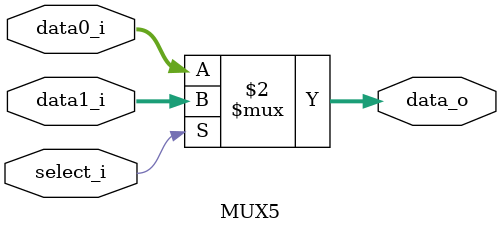
<source format=v>
module MUX5(
    data0_i,
    data1_i,
    select_i,
    data_o
);

input  [4:0]	data0_i;
input  [4:0]	data1_i;
input			select_i;
output [4:0]	data_o;

assign data_o = (
	(select_i == 1'b0)? data0_i:
	data1_i
);
endmodule

</source>
